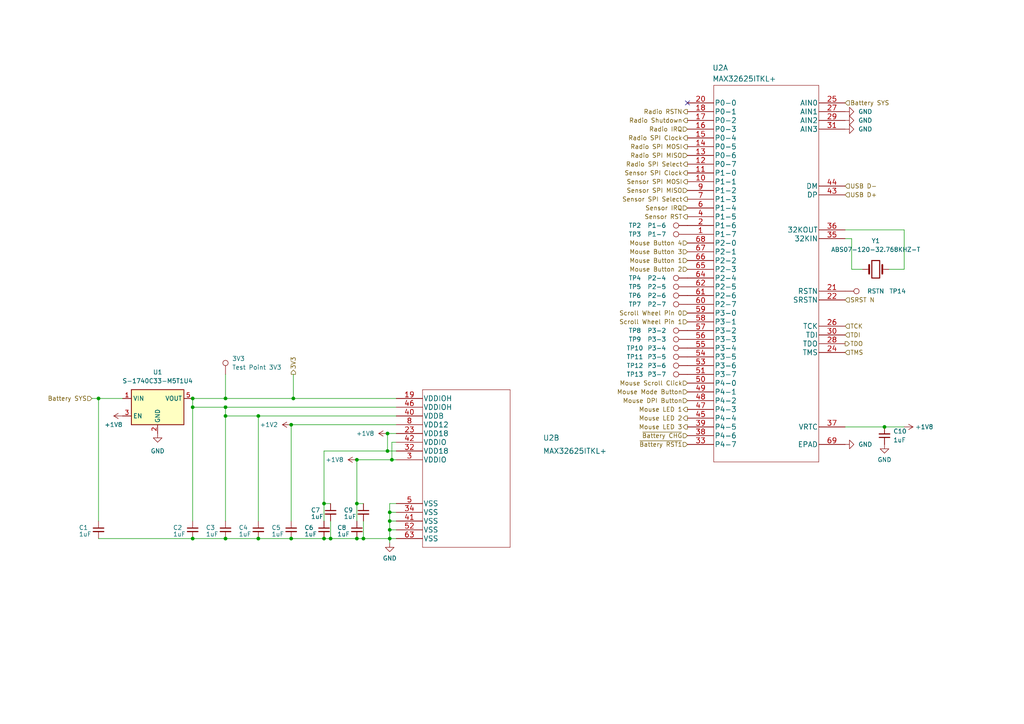
<source format=kicad_sch>
(kicad_sch (version 20211123) (generator eeschema)
  (paper "A4")
  (lib_symbols
    (symbol "Connector:TestPoint" (pin_numbers hide) (pin_names (offset 0.762) hide)
      (property "Reference" "TP" (at 0 6.858 0))
      (property "Value" "TestPoint" (at 0 5.08 0))
      (symbol "TestPoint_0_1"
        (circle (center 0 3.302) (radius 0.762))
      )
      (symbol "TestPoint_1_1"
        (pin passive line (at 0 0 90) (length 2.54) (name "1") (number "1"))
      )
    )
    (symbol "Device:C_Small" (pin_numbers hide) (pin_names (offset 0.254) hide)
      (property "Reference" "C" (at 0.254 1.778 0))
      (property "Value" "C_Small" (at 0.254 -2.032 0))
      (symbol "C_Small_0_1"
        (polyline (pts (xy -1.524 -0.508) (xy 1.524 -0.508)) (stroke (width 0.3302)))
        (polyline (pts (xy -1.524 0.508) (xy 1.524 0.508)) (stroke (width 0.3048)))
      )
      (symbol "C_Small_1_1"
        (pin passive line (at 0 2.54 270) (length 2.032) (name "~") (number "1"))
        (pin passive line (at 0 -2.54 90) (length 2.032) (name "~") (number "2"))
      )
    )
    (symbol "Device:Crystal" (pin_numbers hide) (pin_names (offset 1.016) hide)
      (property "Reference" "Y" (at 0 3.81 0))
      (property "Value" "Crystal" (at 0 -3.81 0))
      (symbol "Crystal_0_1"
        (rectangle (start -1.143 2.54) (end 1.143 -2.54) (stroke (width 0.3048)))
        (polyline (pts (xy -2.54 0) (xy -1.905 0)))
        (polyline (pts (xy -1.905 -1.27) (xy -1.905 1.27)) (stroke (width 0.508)))
        (polyline (pts (xy 1.905 -1.27) (xy 1.905 1.27)) (stroke (width 0.508)))
        (polyline (pts (xy 2.54 0) (xy 1.905 0)))
      )
      (symbol "Crystal_1_1"
        (pin passive line (at -3.81 0 0) (length 1.27) (name "1") (number "1"))
        (pin passive line (at 3.81 0 180) (length 1.27) (name "2") (number "2"))
      )
    )
    (symbol "MAX32625ITKL+_1" (pin_names (offset 0.254))
      (property "Reference" "U" (at -15.24 52.07 0))
      (property "Value" "MAX32625ITKL+_1" (at -6.35 49.53 0))
      (symbol "MAX32625ITKL+_1_1_1"
        (polyline (pts (xy -15.24 -63.5) (xy -15.24 45.72)) (stroke (width 0.127)))
        (polyline (pts (xy -15.24 45.72) (xy 15.24 45.72)) (stroke (width 0.127)))
        (polyline (pts (xy 15.24 -63.5) (xy -15.24 -63.5)) (stroke (width 0.127)))
        (polyline (pts (xy 15.24 45.72) (xy 15.24 -63.5)) (stroke (width 0.127)))
        (pin bidirectional line (at -22.86 2.54 0) (length 7.62) (name "P1-7") (number "1"))
        (pin bidirectional line (at -22.86 17.78 0) (length 7.62) (name "P1-1") (number "10"))
        (pin bidirectional line (at -22.86 20.32 0) (length 7.62) (name "P1-0") (number "11"))
        (pin bidirectional line (at -22.86 22.86 0) (length 7.62) (name "P0-7") (number "12"))
        (pin bidirectional line (at -22.86 25.4 0) (length 7.62) (name "P0-6") (number "13"))
        (pin bidirectional line (at -22.86 27.94 0) (length 7.62) (name "P0-5") (number "14"))
        (pin bidirectional line (at -22.86 30.48 0) (length 7.62) (name "P0-4") (number "15"))
        (pin bidirectional line (at -22.86 33.02 0) (length 7.62) (name "P0-3") (number "16"))
        (pin bidirectional line (at -22.86 35.56 0) (length 7.62) (name "P0-2") (number "17"))
        (pin bidirectional line (at -22.86 38.1 0) (length 7.62) (name "P0-1") (number "18"))
        (pin bidirectional line (at -22.86 5.08 0) (length 7.62) (name "P1-6") (number "2"))
        (pin bidirectional line (at -22.86 40.64 0) (length 7.62) (name "P0-0") (number "20"))
        (pin input line (at 22.86 -13.97 180) (length 7.62) (name "RSTN") (number "21"))
        (pin input line (at 22.86 -16.51 180) (length 7.62) (name "SRSTN") (number "22"))
        (pin input line (at 22.86 -31.75 180) (length 7.62) (name "TMS") (number "24"))
        (pin bidirectional line (at 22.86 40.64 180) (length 7.62) (name "AIN0") (number "25"))
        (pin input line (at 22.86 -24.13 180) (length 7.62) (name "TCK") (number "26"))
        (pin input line (at 22.86 38.1 180) (length 7.62) (name "AIN1") (number "27"))
        (pin output line (at 22.86 -29.21 180) (length 7.62) (name "TDO") (number "28"))
        (pin input line (at 22.86 35.56 180) (length 7.62) (name "AIN2") (number "29"))
        (pin input line (at 22.86 -26.67 180) (length 7.62) (name "TDI") (number "30"))
        (pin input line (at 22.86 33.02 180) (length 7.62) (name "AIN3") (number "31"))
        (pin bidirectional line (at -22.86 -58.42 0) (length 7.62) (name "P4-7") (number "33"))
        (pin bidirectional line (at 22.86 1.27 180) (length 7.62) (name "32KIN") (number "35"))
        (pin output line (at 22.86 3.81 180) (length 7.62) (name "32KOUT") (number "36"))
        (pin power_in line (at 22.86 -53.34 180) (length 7.62) (name "VRTC") (number "37"))
        (pin bidirectional line (at -22.86 -55.88 0) (length 7.62) (name "P4-6") (number "38"))
        (pin bidirectional line (at -22.86 -53.34 0) (length 7.62) (name "P4-5") (number "39"))
        (pin bidirectional line (at -22.86 7.62 0) (length 7.62) (name "P1-5") (number "4"))
        (pin input line (at 22.86 13.97 180) (length 7.62) (name "DP") (number "43"))
        (pin input line (at 22.86 16.51 180) (length 7.62) (name "DM") (number "44"))
        (pin bidirectional line (at -22.86 -50.8 0) (length 7.62) (name "P4-4") (number "45"))
        (pin bidirectional line (at -22.86 -48.26 0) (length 7.62) (name "P4-3") (number "47"))
        (pin bidirectional line (at -22.86 -45.72 0) (length 7.62) (name "P4-2") (number "48"))
        (pin bidirectional line (at -22.86 -43.18 0) (length 7.62) (name "P4-1") (number "49"))
        (pin bidirectional line (at -22.86 -40.64 0) (length 7.62) (name "P4-0") (number "50"))
        (pin bidirectional line (at -22.86 -38.1 0) (length 7.62) (name "P3-7") (number "51"))
        (pin bidirectional line (at -22.86 -35.56 0) (length 7.62) (name "P3-6") (number "53"))
        (pin bidirectional line (at -22.86 -33.02 0) (length 7.62) (name "P3-5") (number "54"))
        (pin bidirectional line (at -22.86 -30.48 0) (length 7.62) (name "P3-4") (number "55"))
        (pin bidirectional line (at -22.86 -27.94 0) (length 7.62) (name "P3-3") (number "56"))
        (pin bidirectional line (at -22.86 -25.4 0) (length 7.62) (name "P3-2") (number "57"))
        (pin bidirectional line (at -22.86 -22.86 0) (length 7.62) (name "P3-1") (number "58"))
        (pin bidirectional line (at -22.86 -20.32 0) (length 7.62) (name "P3-0") (number "59"))
        (pin bidirectional line (at -22.86 10.16 0) (length 7.62) (name "P1-4") (number "6"))
        (pin bidirectional line (at -22.86 -17.78 0) (length 7.62) (name "P2-7") (number "60"))
        (pin bidirectional line (at -22.86 -15.24 0) (length 7.62) (name "P2-6") (number "61"))
        (pin bidirectional line (at -22.86 -12.7 0) (length 7.62) (name "P2-5") (number "62"))
        (pin bidirectional line (at -22.86 -10.16 0) (length 7.62) (name "P2-4") (number "64"))
        (pin bidirectional line (at -22.86 -7.62 0) (length 7.62) (name "P2-3") (number "65"))
        (pin bidirectional line (at -22.86 -5.08 0) (length 7.62) (name "P2-2") (number "66"))
        (pin bidirectional line (at -22.86 -2.54 0) (length 7.62) (name "P2-1") (number "67"))
        (pin bidirectional line (at -22.86 0 0) (length 7.62) (name "P2-0") (number "68"))
        (pin power_in line (at 22.86 -58.42 180) (length 7.62) (name "EPAD") (number "69"))
        (pin bidirectional line (at -22.86 12.7 0) (length 7.62) (name "P1-3") (number "7"))
        (pin bidirectional line (at -22.86 15.24 0) (length 7.62) (name "P1-2") (number "9"))
      )
      (symbol "MAX32625ITKL+_1_2_1"
        (polyline (pts (xy 0 -45.72) (xy 25.4 -45.72)) (stroke (width 0.127)))
        (polyline (pts (xy 0 0) (xy 0 -45.72)) (stroke (width 0.127)))
        (polyline (pts (xy 25.4 -45.72) (xy 25.4 0)) (stroke (width 0.127)))
        (polyline (pts (xy 25.4 0) (xy 0 0)) (stroke (width 0.127)))
        (pin power_in line (at -7.62 -2.54 0) (length 7.62) (name "VDDIOH") (number "19"))
        (pin power_in line (at -7.62 -12.7 0) (length 7.62) (name "VDD18") (number "23"))
        (pin power_in line (at -7.62 -20.32 0) (length 7.62) (name "VDDIO") (number "3"))
        (pin power_in line (at -7.62 -17.78 0) (length 7.62) (name "VDD18") (number "32"))
        (pin power_in line (at -7.62 -35.56 0) (length 7.62) (name "VSS") (number "34"))
        (pin power_in line (at -7.62 -7.62 0) (length 7.62) (name "VDDB") (number "40"))
        (pin power_in line (at -7.62 -38.1 0) (length 7.62) (name "VSS") (number "41"))
        (pin power_in line (at -7.62 -15.24 0) (length 7.62) (name "VDDIO") (number "42"))
        (pin power_in line (at -7.62 -5.08 0) (length 7.62) (name "VDDIOH") (number "46"))
        (pin power_in line (at -7.62 -33.02 0) (length 7.62) (name "VSS") (number "5"))
        (pin power_in line (at -7.62 -40.64 0) (length 7.62) (name "VSS") (number "52"))
        (pin power_in line (at -7.62 -43.18 0) (length 7.62) (name "VSS") (number "63"))
        (pin power_in line (at -7.62 -10.16 0) (length 7.62) (name "VDD12") (number "8"))
      )
    )
    (symbol "Microcontroller:MAX32625ITKL+" (pin_names (offset 0.254))
      (property "Reference" "U" (at -15.24 52.07 0))
      (property "Value" "MAX32625ITKL+" (at -6.35 49.53 0))
      (symbol "MAX32625ITKL+_1_1"
        (polyline (pts (xy -15.24 -63.5) (xy -15.24 45.72)) (stroke (width 0.127)))
        (polyline (pts (xy -15.24 45.72) (xy 15.24 45.72)) (stroke (width 0.127)))
        (polyline (pts (xy 15.24 -63.5) (xy -15.24 -63.5)) (stroke (width 0.127)))
        (polyline (pts (xy 15.24 45.72) (xy 15.24 -63.5)) (stroke (width 0.127)))
        (pin bidirectional line (at -22.86 2.54 0) (length 7.62) (name "P1-7") (number "1"))
        (pin bidirectional line (at -22.86 17.78 0) (length 7.62) (name "P1-1") (number "10"))
        (pin bidirectional line (at -22.86 20.32 0) (length 7.62) (name "P1-0") (number "11"))
        (pin bidirectional line (at -22.86 22.86 0) (length 7.62) (name "P0-7") (number "12"))
        (pin bidirectional line (at -22.86 25.4 0) (length 7.62) (name "P0-6") (number "13"))
        (pin bidirectional line (at -22.86 27.94 0) (length 7.62) (name "P0-5") (number "14"))
        (pin bidirectional line (at -22.86 30.48 0) (length 7.62) (name "P0-4") (number "15"))
        (pin bidirectional line (at -22.86 33.02 0) (length 7.62) (name "P0-3") (number "16"))
        (pin bidirectional line (at -22.86 35.56 0) (length 7.62) (name "P0-2") (number "17"))
        (pin bidirectional line (at -22.86 38.1 0) (length 7.62) (name "P0-1") (number "18"))
        (pin bidirectional line (at -22.86 5.08 0) (length 7.62) (name "P1-6") (number "2"))
        (pin bidirectional line (at -22.86 40.64 0) (length 7.62) (name "P0-0") (number "20"))
        (pin input line (at 22.86 -13.97 180) (length 7.62) (name "RSTN") (number "21"))
        (pin input line (at 22.86 -16.51 180) (length 7.62) (name "SRSTN") (number "22"))
        (pin input line (at 22.86 -31.75 180) (length 7.62) (name "TMS") (number "24"))
        (pin bidirectional line (at 22.86 40.64 180) (length 7.62) (name "AIN0") (number "25"))
        (pin input line (at 22.86 -24.13 180) (length 7.62) (name "TCK") (number "26"))
        (pin input line (at 22.86 38.1 180) (length 7.62) (name "AIN1") (number "27"))
        (pin output line (at 22.86 -29.21 180) (length 7.62) (name "TDO") (number "28"))
        (pin input line (at 22.86 35.56 180) (length 7.62) (name "AIN2") (number "29"))
        (pin input line (at 22.86 -26.67 180) (length 7.62) (name "TDI") (number "30"))
        (pin input line (at 22.86 33.02 180) (length 7.62) (name "AIN3") (number "31"))
        (pin bidirectional line (at -22.86 -58.42 0) (length 7.62) (name "P4-7") (number "33"))
        (pin bidirectional line (at 22.86 1.27 180) (length 7.62) (name "32KIN") (number "35"))
        (pin output line (at 22.86 3.81 180) (length 7.62) (name "32KOUT") (number "36"))
        (pin power_in line (at 22.86 -53.34 180) (length 7.62) (name "VRTC") (number "37"))
        (pin bidirectional line (at -22.86 -55.88 0) (length 7.62) (name "P4-6") (number "38"))
        (pin bidirectional line (at -22.86 -53.34 0) (length 7.62) (name "P4-5") (number "39"))
        (pin bidirectional line (at -22.86 7.62 0) (length 7.62) (name "P1-5") (number "4"))
        (pin input line (at 22.86 13.97 180) (length 7.62) (name "DP") (number "43"))
        (pin input line (at 22.86 16.51 180) (length 7.62) (name "DM") (number "44"))
        (pin bidirectional line (at -22.86 -50.8 0) (length 7.62) (name "P4-4") (number "45"))
        (pin bidirectional line (at -22.86 -48.26 0) (length 7.62) (name "P4-3") (number "47"))
        (pin bidirectional line (at -22.86 -45.72 0) (length 7.62) (name "P4-2") (number "48"))
        (pin bidirectional line (at -22.86 -43.18 0) (length 7.62) (name "P4-1") (number "49"))
        (pin bidirectional line (at -22.86 -40.64 0) (length 7.62) (name "P4-0") (number "50"))
        (pin bidirectional line (at -22.86 -38.1 0) (length 7.62) (name "P3-7") (number "51"))
        (pin bidirectional line (at -22.86 -35.56 0) (length 7.62) (name "P3-6") (number "53"))
        (pin bidirectional line (at -22.86 -33.02 0) (length 7.62) (name "P3-5") (number "54"))
        (pin bidirectional line (at -22.86 -30.48 0) (length 7.62) (name "P3-4") (number "55"))
        (pin bidirectional line (at -22.86 -27.94 0) (length 7.62) (name "P3-3") (number "56"))
        (pin bidirectional line (at -22.86 -25.4 0) (length 7.62) (name "P3-2") (number "57"))
        (pin bidirectional line (at -22.86 -22.86 0) (length 7.62) (name "P3-1") (number "58"))
        (pin bidirectional line (at -22.86 -20.32 0) (length 7.62) (name "P3-0") (number "59"))
        (pin bidirectional line (at -22.86 10.16 0) (length 7.62) (name "P1-4") (number "6"))
        (pin bidirectional line (at -22.86 -17.78 0) (length 7.62) (name "P2-7") (number "60"))
        (pin bidirectional line (at -22.86 -15.24 0) (length 7.62) (name "P2-6") (number "61"))
        (pin bidirectional line (at -22.86 -12.7 0) (length 7.62) (name "P2-5") (number "62"))
        (pin bidirectional line (at -22.86 -10.16 0) (length 7.62) (name "P2-4") (number "64"))
        (pin bidirectional line (at -22.86 -7.62 0) (length 7.62) (name "P2-3") (number "65"))
        (pin bidirectional line (at -22.86 -5.08 0) (length 7.62) (name "P2-2") (number "66"))
        (pin bidirectional line (at -22.86 -2.54 0) (length 7.62) (name "P2-1") (number "67"))
        (pin bidirectional line (at -22.86 0 0) (length 7.62) (name "P2-0") (number "68"))
        (pin power_in line (at 22.86 -58.42 180) (length 7.62) (name "EPAD") (number "69"))
        (pin bidirectional line (at -22.86 12.7 0) (length 7.62) (name "P1-3") (number "7"))
        (pin bidirectional line (at -22.86 15.24 0) (length 7.62) (name "P1-2") (number "9"))
      )
      (symbol "MAX32625ITKL+_2_1"
        (polyline (pts (xy 0 -45.72) (xy 25.4 -45.72)) (stroke (width 0.127)))
        (polyline (pts (xy 0 0) (xy 0 -45.72)) (stroke (width 0.127)))
        (polyline (pts (xy 25.4 -45.72) (xy 25.4 0)) (stroke (width 0.127)))
        (polyline (pts (xy 25.4 0) (xy 0 0)) (stroke (width 0.127)))
        (pin power_in line (at -7.62 -2.54 0) (length 7.62) hide (name "VDDIOH") (number "19"))
        (pin power_in line (at -7.62 -12.7 0) (length 7.62) (name "VDD18") (number "23"))
        (pin power_in line (at -7.62 -20.32 0) (length 7.62) (name "VDDIO") (number "3"))
        (pin power_in line (at -7.62 -17.78 0) (length 7.62) (name "VDD18") (number "32"))
        (pin power_in line (at -7.62 -35.56 0) (length 7.62) (name "VSS") (number "34"))
        (pin power_in line (at -7.62 -7.62 0) (length 7.62) (name "VDDB") (number "40"))
        (pin power_in line (at -7.62 -38.1 0) (length 7.62) (name "VSS") (number "41"))
        (pin power_in line (at -7.62 -15.24 0) (length 7.62) (name "VDDIO") (number "42"))
        (pin power_in line (at -7.62 -2.54 0) (length 7.62) (name "VDDIOH") (number "46"))
        (pin power_in line (at -7.62 -33.02 0) (length 7.62) (name "VSS") (number "5"))
        (pin power_in line (at -7.62 -40.64 0) (length 7.62) (name "VSS") (number "52"))
        (pin power_in line (at -7.62 -43.18 0) (length 7.62) (name "VSS") (number "63"))
        (pin power_in line (at -7.62 -10.16 0) (length 7.62) (name "VDD12") (number "8"))
      )
    )
    (symbol "Regulator_Linear:MIC5365-3.3YC5"
      (property "Reference" "U" (at -6.35 6.35 0))
      (property "Value" "MIC5365-3.3YC5" (at 0 6.35 0))
      (symbol "MIC5365-3.3YC5_0_1"
        (rectangle (start -7.62 -5.08) (end 7.62 5.08) (stroke (width 0.254)) (fill (type background)))
      )
      (symbol "MIC5365-3.3YC5_1_1"
        (pin power_in line (at -10.16 2.54 0) (length 2.54) (name "VIN") (number "1"))
        (pin power_in line (at 0 -7.62 90) (length 2.54) (name "GND") (number "2"))
        (pin input line (at -10.16 -2.54 0) (length 2.54) (name "EN") (number "3"))
        (pin no_connect line (at 7.62 -2.54 180) (length 2.54) hide (name "NC") (number "4"))
        (pin power_out line (at 10.16 2.54 180) (length 2.54) (name "VOUT") (number "5"))
      )
    )
    (symbol "power:+1V2" (power) (pin_names (offset 0))
      (property "Value" "+1V2" (at 0 3.556 0))
      (symbol "+1V2_0_1"
        (polyline (pts (xy -0.762 1.27) (xy 0 2.54)))
        (polyline (pts (xy 0 0) (xy 0 2.54)))
        (polyline (pts (xy 0 2.54) (xy 0.762 1.27)))
      )
      (symbol "+1V2_1_1"
        (pin power_in line (at 0 0 90) (length 0) hide (name "+1V2") (number "1"))
      )
    )
    (symbol "power:+1V8" (power) (pin_names (offset 0))
      (property "Value" "+1V8" (at 0 3.556 0))
      (symbol "+1V8_0_1"
        (polyline (pts (xy -0.762 1.27) (xy 0 2.54)))
        (polyline (pts (xy 0 0) (xy 0 2.54)))
        (polyline (pts (xy 0 2.54) (xy 0.762 1.27)))
      )
      (symbol "+1V8_1_1"
        (pin power_in line (at 0 0 90) (length 0) hide (name "+1V8") (number "1"))
      )
    )
    (symbol "power:GND" (power) (pin_names (offset 0))
      (property "Value" "GND" (at 0 -3.81 0))
      (symbol "GND_0_1"
        (polyline (pts (xy 0 0) (xy 0 -1.27) (xy 1.27 -1.27) (xy 0 -2.54) (xy -1.27 -1.27) (xy 0 -1.27)))
      )
      (symbol "GND_1_1"
        (pin power_in line (at 0 0 270) (length 0) hide (name "GND") (number "1"))
      )
    )
  )
  (junction (at 55.88 118.11))
  (junction (at 103.505 146.05))
  (junction (at 84.455 123.19))
  (junction (at 55.88 115.57))
  (junction (at 93.98 146.05))
  (junction (at 103.505 156.21))
  (junction (at 113.665 133.35))
  (junction (at 65.405 115.57))
  (junction (at 74.93 120.65))
  (junction (at 84.455 156.21))
  (junction (at 113.03 148.59))
  (junction (at 113.03 156.21))
  (junction (at 28.575 115.57))
  (junction (at 65.405 120.65))
  (junction (at 105.41 156.21))
  (junction (at 256.54 123.825))
  (junction (at 113.03 153.67))
  (junction (at 95.885 156.21))
  (junction (at 85.09 115.57))
  (junction (at 112.395 130.81))
  (junction (at 65.405 156.21))
  (junction (at 65.405 118.11))
  (junction (at 112.395 125.73))
  (junction (at 93.98 156.21))
  (junction (at 113.03 151.13))
  (junction (at 103.505 133.35))
  (junction (at 74.93 156.21))
  (junction (at 55.88 156.21))
  (no_connect (at 199.39 29.845))
  (wire (pts (xy 113.03 156.21) (xy 114.935 156.21)))
  (wire (pts (xy 95.885 151.13) (xy 95.885 156.21)))
  (wire (pts (xy 113.03 146.05) (xy 114.935 146.05)))
  (wire (pts (xy 105.41 156.21) (xy 113.03 156.21)))
  (wire (pts (xy 113.665 128.27) (xy 113.665 133.35)))
  (wire (pts (xy 245.11 123.825) (xy 256.54 123.825)))
  (wire (pts (xy 247.015 78.105) (xy 250.19 78.105)))
  (wire (pts (xy 93.98 130.81) (xy 93.98 146.05)))
  (wire (pts (xy 65.405 115.57) (xy 65.405 108.585)))
  (wire (pts (xy 113.03 151.13) (xy 114.935 151.13)))
  (wire (pts (xy 103.505 133.35) (xy 103.505 146.05)))
  (wire (pts (xy 257.81 78.105) (xy 262.255 78.105)))
  (wire (pts (xy 245.11 69.215) (xy 247.015 69.215)))
  (wire (pts (xy 55.88 118.11) (xy 65.405 118.11)))
  (wire (pts (xy 28.575 115.57) (xy 28.575 151.13)))
  (wire (pts (xy 55.88 118.11) (xy 55.88 151.13)))
  (wire (pts (xy 247.015 69.215) (xy 247.015 78.105)))
  (wire (pts (xy 114.935 125.73) (xy 112.395 125.73)))
  (wire (pts (xy 113.03 153.67) (xy 113.03 156.21)))
  (wire (pts (xy 85.09 108.585) (xy 85.09 115.57)))
  (wire (pts (xy 113.03 146.05) (xy 113.03 148.59)))
  (wire (pts (xy 84.455 156.21) (xy 93.98 156.21)))
  (wire (pts (xy 84.455 123.19) (xy 84.455 151.13)))
  (wire (pts (xy 55.88 156.21) (xy 65.405 156.21)))
  (wire (pts (xy 114.935 120.65) (xy 74.93 120.65)))
  (wire (pts (xy 93.98 146.05) (xy 93.98 151.13)))
  (wire (pts (xy 65.405 115.57) (xy 55.88 115.57)))
  (wire (pts (xy 93.98 156.21) (xy 95.885 156.21)))
  (wire (pts (xy 28.575 115.57) (xy 35.56 115.57)))
  (wire (pts (xy 26.67 115.57) (xy 28.575 115.57)))
  (wire (pts (xy 113.03 148.59) (xy 114.935 148.59)))
  (wire (pts (xy 114.935 130.81) (xy 112.395 130.81)))
  (wire (pts (xy 74.93 156.21) (xy 84.455 156.21)))
  (wire (pts (xy 114.935 133.35) (xy 113.665 133.35)))
  (wire (pts (xy 256.54 123.825) (xy 262.255 123.825)))
  (wire (pts (xy 262.255 66.675) (xy 245.11 66.675)))
  (wire (pts (xy 113.03 148.59) (xy 113.03 151.13)))
  (wire (pts (xy 55.88 115.57) (xy 55.88 118.11)))
  (wire (pts (xy 74.93 120.65) (xy 74.93 151.13)))
  (wire (pts (xy 114.935 115.57) (xy 85.09 115.57)))
  (wire (pts (xy 85.09 115.57) (xy 65.405 115.57)))
  (wire (pts (xy 28.575 156.21) (xy 55.88 156.21)))
  (wire (pts (xy 65.405 120.65) (xy 65.405 151.13)))
  (wire (pts (xy 113.03 156.21) (xy 113.03 157.48)))
  (wire (pts (xy 105.41 151.13) (xy 105.41 156.21)))
  (wire (pts (xy 65.405 120.65) (xy 74.93 120.65)))
  (wire (pts (xy 113.665 133.35) (xy 103.505 133.35)))
  (wire (pts (xy 65.405 156.21) (xy 74.93 156.21)))
  (wire (pts (xy 114.935 128.27) (xy 113.665 128.27)))
  (wire (pts (xy 262.255 78.105) (xy 262.255 66.675)))
  (wire (pts (xy 114.935 123.19) (xy 84.455 123.19)))
  (wire (pts (xy 93.98 146.05) (xy 95.885 146.05)))
  (wire (pts (xy 103.505 146.05) (xy 105.41 146.05)))
  (wire (pts (xy 113.03 153.67) (xy 114.935 153.67)))
  (wire (pts (xy 113.03 151.13) (xy 113.03 153.67)))
  (wire (pts (xy 112.395 125.73) (xy 112.395 130.81)))
  (wire (pts (xy 103.505 156.21) (xy 105.41 156.21)))
  (wire (pts (xy 103.505 146.05) (xy 103.505 151.13)))
  (wire (pts (xy 65.405 118.11) (xy 65.405 120.65)))
  (wire (pts (xy 112.395 130.81) (xy 93.98 130.81)))
  (wire (pts (xy 95.885 156.21) (xy 103.505 156.21)))
  (wire (pts (xy 114.935 118.11) (xy 65.405 118.11)))
  (hierarchical_label "TCK" (shape input) (at 245.11 94.615 0))
  (hierarchical_label "Battery SYS" (shape input) (at 26.67 115.57 180))
  (hierarchical_label "TMS" (shape input) (at 245.11 102.235 0))
  (hierarchical_label "Sensor SPI MOSI" (shape output) (at 199.39 52.705 180))
  (hierarchical_label "USB D+" (shape input) (at 245.11 56.515 0))
  (hierarchical_label "TDI" (shape input) (at 245.11 97.155 0))
  (hierarchical_label "Mouse Scroll Click" (shape input) (at 199.39 111.125 180))
  (hierarchical_label "Mouse LED 2" (shape output) (at 199.39 121.285 180))
  (hierarchical_label "Scroll Wheel Pin 1" (shape input) (at 199.39 93.345 180))
  (hierarchical_label "Sensor SPI MISO" (shape input) (at 199.39 55.245 180))
  (hierarchical_label "Radio SPI MISO" (shape input) (at 199.39 45.085 180))
  (hierarchical_label "Radio Shutdown" (shape output) (at 199.39 34.925 180))
  (hierarchical_label "Mouse DPI Button" (shape input) (at 199.39 116.205 180))
  (hierarchical_label "Sensor SPI Clock" (shape output) (at 199.39 50.165 180))
  (hierarchical_label "3V3" (shape output) (at 85.09 108.585 90))
  (hierarchical_label "Battery SYS" (shape input) (at 245.11 29.845 0))
  (hierarchical_label "Sensor IRQ" (shape input) (at 199.39 60.325 180))
  (hierarchical_label "Mouse Mode Button" (shape input) (at 199.39 113.665 180))
  (hierarchical_label "Radio SPI MOSI" (shape output) (at 199.39 42.545 180))
  (hierarchical_label "Scroll Wheel Pin 0" (shape input) (at 199.39 90.805 180))
  (hierarchical_label "~{Battery CHG}" (shape input) (at 199.39 126.365 180))
  (hierarchical_label "Radio SPI Select" (shape output) (at 199.39 47.625 180))
  (hierarchical_label "SRST N" (shape input) (at 245.11 86.995 0))
  (hierarchical_label "Mouse Button 2" (shape input) (at 199.39 78.105 180))
  (hierarchical_label "Radio IRQ" (shape input) (at 199.39 37.465 180))
  (hierarchical_label "Radio SPI Clock" (shape output) (at 199.39 40.005 180))
  (hierarchical_label "Mouse LED 1" (shape output) (at 199.39 118.745 180))
  (hierarchical_label "Sensor SPI Select" (shape output) (at 199.39 57.785 180))
  (hierarchical_label "USB D-" (shape input) (at 245.11 53.975 0))
  (hierarchical_label "Mouse Button 3" (shape input) (at 199.39 73.025 180))
  (hierarchical_label "TDO" (shape output) (at 245.11 99.695 0))
  (hierarchical_label "Mouse Button 1" (shape input) (at 199.39 75.565 180))
  (hierarchical_label "Mouse Button 4" (shape input) (at 199.39 70.485 180))
  (hierarchical_label "Mouse LED 3" (shape output) (at 199.39 123.825 180))
  (hierarchical_label "Sensor RST" (shape output) (at 199.39 62.865 180))
  (hierarchical_label "~{Battery RST1}" (shape input) (at 199.39 128.905 180))
  (hierarchical_label "Radio RSTN" (shape output) (at 199.39 32.385 180))
  (symbol (lib_id "Device:C_Small") (at 65.405 153.67 0) (unit 1)
    (property "Reference" "C3" (at 59.69 153.035 0) (effects (justify left)))
    (property "Value" "1uF" (at 59.69 154.94 0) (effects (justify left)))
    (property "Footprint" "Capacitor_SMD:C_0603_1608Metric" (effects hide))
    (property "DIGIKEY" "CL10A105KA8NNNC" (effects hide))
  )
  (symbol (lib_id "Device:C_Small") (at 95.885 148.59 0) (unit 1)
    (property "Reference" "C7" (at 90.17 147.955 0) (effects (justify left)))
    (property "Value" "1uF" (at 90.17 149.86 0) (effects (justify left)))
    (property "Footprint" "Capacitor_SMD:C_0603_1608Metric" (effects hide))
    (property "DIGIKEY" "CL10A105KA8NNNC" (effects hide))
  )
  (symbol (lib_id "Connector:TestPoint") (at 199.39 67.945 90) (unit 1)
    (property "Reference" "TP3" (at 184.15 67.945 90))
    (property "Value" "P1-7" (at 190.5 67.945 90))
    (property "Footprint" "TestPoint:TestPoint_Pad_D1.0mm" (effects hide))
  )
  (symbol (lib_id "Device:C_Small") (at 105.41 148.59 0) (unit 1)
    (property "Reference" "C9" (at 99.695 147.955 0) (effects (justify left)))
    (property "Value" "1uF" (at 99.695 149.86 0) (effects (justify left)))
    (property "Footprint" "Capacitor_SMD:C_0603_1608Metric" (effects hide))
    (property "DIGIKEY" "CL10A105KA8NNNC" (effects hide))
  )
  (symbol (lib_id "power:GND") (at 245.11 128.905 90) (unit 1)
    (property "Reference" "#PWR013" (effects hide))
    (property "Value" "GND" (at 248.92 128.9049 90) (effects (justify right)))
  )
  (symbol (lib_id "power:GND") (at 256.54 128.905 0) (unit 1)
    (property "Reference" "#PWR014" (effects hide))
    (property "Value" "GND" (at 256.54 133.35 0))
  )
  (symbol (lib_id "power:GND") (at 245.11 34.925 90) (unit 1)
    (property "Reference" "#PWR011" (effects hide))
    (property "Value" "GND" (at 248.92 34.9249 90) (effects (justify right)))
  )
  (symbol (lib_id "Regulator_Linear:MIC5365-3.3YC5") (at 45.72 118.11 0) (unit 1)
    (property "Reference" "U1" (at 45.72 107.95 0))
    (property "Value" "S-1740C33-M5T1U4" (at 45.72 110.49 0))
    (property "Footprint" "Package_TO_SOT_SMD:TSOT-23-5" (effects hide))
    (property "Datasheet" "http://ww1.microchip.com/downloads/en/DeviceDoc/mic5365.pdf" (effects hide))
    (property "DIGIKEY" "S-1740C33-M5T1U4" (effects hide))
  )
  (symbol (lib_id "Device:C_Small") (at 74.93 153.67 0) (unit 1)
    (property "Reference" "C4" (at 69.215 153.035 0) (effects (justify left)))
    (property "Value" "1uF" (at 69.215 154.94 0) (effects (justify left)))
    (property "Footprint" "Capacitor_SMD:C_0603_1608Metric" (effects hide))
    (property "DIGIKEY" "CL10A105KA8NNNC" (effects hide))
  )
  (symbol (lib_id "Connector:TestPoint") (at 199.39 65.405 90) (unit 1)
    (property "Reference" "TP2" (at 184.15 65.405 90))
    (property "Value" "P1-6" (at 190.5 65.405 90))
    (property "Footprint" "TestPoint:TestPoint_Pad_D1.0mm" (effects hide))
  )
  (symbol (lib_id "power:+1V8") (at 103.505 133.35 90) (unit 1)
    (property "Reference" "#PWR07" (effects hide))
    (property "Value" "+1V8" (at 99.695 133.3499 90) (effects (justify left)))
  )
  (symbol (lib_id "power:GND") (at 245.11 32.385 90) (unit 1)
    (property "Reference" "#PWR010" (effects hide))
    (property "Value" "GND" (at 248.92 32.3849 90) (effects (justify right)))
  )
  (symbol (lib_id "power:GND") (at 113.03 157.48 0) (unit 1)
    (property "Reference" "#PWR09" (effects hide))
    (property "Value" "GND" (at 113.03 161.925 0))
  )
  (symbol (lib_id "Connector:TestPoint") (at 199.39 80.645 90) (unit 1)
    (property "Reference" "TP4" (at 184.15 80.645 90))
    (property "Value" "P2-4" (at 190.5 80.645 90))
    (property "Footprint" "TestPoint:TestPoint_Pad_D1.0mm" (effects hide))
  )
  (symbol (lib_id "Device:C_Small") (at 256.54 126.365 180) (unit 1)
    (property "Reference" "C10" (at 259.08 125.0885 0) (effects (justify right)))
    (property "Value" "1uF" (at 259.08 127.6285 0) (effects (justify right)))
    (property "Footprint" "Capacitor_SMD:C_0603_1608Metric" (effects hide))
    (property "DIGIKEY" "CL10A105KA8NNNC" (effects hide))
  )
  (symbol (lib_id "Device:C_Small") (at 28.575 153.67 0) (unit 1)
    (property "Reference" "C1" (at 22.86 153.035 0) (effects (justify left)))
    (property "Value" "1uF" (at 22.86 154.94 0) (effects (justify left)))
    (property "Footprint" "Capacitor_SMD:C_0603_1608Metric" (effects hide))
    (property "DIGIKEY" "CL10A105KA8NNNC" (effects hide))
  )
  (symbol (lib_id "Connector:TestPoint") (at 199.39 106.045 90) (unit 1)
    (property "Reference" "TP12" (at 184.15 106.045 90))
    (property "Value" "P3-6" (at 190.5 106.045 90))
    (property "Footprint" "TestPoint:TestPoint_Pad_D1.0mm" (effects hide))
  )
  (symbol (lib_id "power:GND") (at 245.11 37.465 90) (unit 1)
    (property "Reference" "#PWR012" (effects hide))
    (property "Value" "GND" (at 248.92 37.4649 90) (effects (justify right)))
  )
  (symbol (lib_id "Connector:TestPoint") (at 199.39 85.725 90) (unit 1)
    (property "Reference" "TP6" (at 184.15 85.725 90))
    (property "Value" "P2-6" (at 190.5 85.725 90))
    (property "Footprint" "TestPoint:TestPoint_Pad_D1.0mm" (effects hide))
  )
  (symbol (lib_id "power:+1V8") (at 35.56 120.65 90) (unit 1)
    (property "Reference" "#PWR03" (effects hide))
    (property "Value" "+1V8" (at 35.56 123.19 90) (effects (justify left)))
  )
  (symbol (lib_id "Connector:TestPoint") (at 199.39 83.185 90) (unit 1)
    (property "Reference" "TP5" (at 184.15 83.185 90))
    (property "Value" "P2-5" (at 190.5 83.185 90))
    (property "Footprint" "TestPoint:TestPoint_Pad_D1.0mm" (effects hide))
  )
  (symbol (lib_name "MAX32625ITKL+_1") (lib_id "Microcontroller:MAX32625ITKL+") (at 122.555 113.03 0) (unit 2)
    (property "Reference" "U2" (at 157.48 127 0) (effects (font (size 1.524 1.524)) (justify left)))
    (property "Value" "MAX32625ITKL+" (at 157.48 130.81 0) (effects (font (size 1.524 1.524)) (justify left)))
    (property "Footprint" "MAX32625:MAX32625ITKL&plus_" (effects hide))
    (property "DIGIKEY" "MAX32625ITKL+" (effects hide))
  )
  (symbol (lib_id "power:+1V8") (at 112.395 125.73 90) (unit 1)
    (property "Reference" "#PWR08" (effects hide))
    (property "Value" "+1V8" (at 108.585 125.7299 90) (effects (justify left)))
  )
  (symbol (lib_id "Connector:TestPoint") (at 199.39 103.505 90) (unit 1)
    (property "Reference" "TP11" (at 184.15 103.505 90))
    (property "Value" "P3-5" (at 190.5 103.505 90))
    (property "Footprint" "TestPoint:TestPoint_Pad_D1.0mm" (effects hide))
  )
  (symbol (lib_id "Connector:TestPoint") (at 65.405 108.585 0) (unit 1)
    (property "Reference" "3V3" (at 67.31 104.0129 0) (effects (justify left)))
    (property "Value" "Test Point 3V3" (at 67.31 106.5529 0) (effects (justify left)))
    (property "Footprint" "TestPoint:TestPoint_Pad_D1.0mm" (effects hide))
  )
  (symbol (lib_id "Connector:TestPoint") (at 199.39 100.965 90) (unit 1)
    (property "Reference" "TP10" (at 184.15 100.965 90))
    (property "Value" "P3-4" (at 190.5 100.965 90))
    (property "Footprint" "TestPoint:TestPoint_Pad_D1.0mm" (effects hide))
  )
  (symbol (lib_id "Device:C_Small") (at 93.98 153.67 0) (unit 1)
    (property "Reference" "C6" (at 88.265 153.035 0) (effects (justify left)))
    (property "Value" "1uF" (at 88.265 154.94 0) (effects (justify left)))
    (property "Footprint" "Capacitor_SMD:C_0603_1608Metric" (effects hide))
    (property "DIGIKEY" "CL10A105KA8NNNC" (effects hide))
  )
  (symbol (lib_id "Device:C_Small") (at 103.505 153.67 0) (unit 1)
    (property "Reference" "C8" (at 97.79 153.035 0) (effects (justify left)))
    (property "Value" "1uF" (at 97.79 154.94 0) (effects (justify left)))
    (property "Footprint" "Capacitor_SMD:C_0603_1608Metric" (effects hide))
    (property "DIGIKEY" "CL10A105KA8NNNC" (effects hide))
  )
  (symbol (lib_id "Connector:TestPoint") (at 199.39 98.425 90) (unit 1)
    (property "Reference" "TP9" (at 184.15 98.425 90))
    (property "Value" "P3-3" (at 190.5 98.425 90))
    (property "Footprint" "TestPoint:TestPoint_Pad_D1.0mm" (effects hide))
  )
  (symbol (lib_id "Device:C_Small") (at 55.88 153.67 0) (unit 1)
    (property "Reference" "C2" (at 50.165 153.035 0) (effects (justify left)))
    (property "Value" "1uF" (at 50.165 154.94 0) (effects (justify left)))
    (property "Footprint" "Capacitor_SMD:C_0603_1608Metric" (effects hide))
    (property "DIGIKEY" "CL10A105KA8NNNC" (effects hide))
  )
  (symbol (lib_id "Connector:TestPoint") (at 199.39 88.265 90) (unit 1)
    (property "Reference" "TP7" (at 184.15 88.265 90))
    (property "Value" "P2-7" (at 190.5 88.265 90))
    (property "Footprint" "TestPoint:TestPoint_Pad_D1.0mm" (effects hide))
  )
  (symbol (lib_id "power:GND") (at 45.72 125.73 0) (unit 1)
    (property "Reference" "#PWR04" (effects hide))
    (property "Value" "GND" (at 45.72 130.81 0))
  )
  (symbol (lib_id "Device:Crystal") (at 254 78.105 0) (unit 1)
    (property "Reference" "Y1" (at 254 69.85 0))
    (property "Value" "ABS07-120-32.768KHZ-T" (at 254 72.39 0))
    (property "Footprint" "Crystal:Crystal_SMD_3215-2Pin_3.2x1.5mm" (effects hide))
    (property "DIGIKEY" "ABS07-120-32.768KHZ-T" (effects hide))
  )
  (symbol (lib_id "Connector:TestPoint") (at 245.11 84.455 270) (unit 1)
    (property "Reference" "TP14" (at 260.35 84.455 90))
    (property "Value" "RSTN" (at 254 84.455 90))
    (property "Footprint" "TestPoint:TestPoint_Pad_D1.0mm" (effects hide))
  )
  (symbol (lib_id "Microcontroller:MAX32625ITKL+") (at 222.25 70.485 0) (unit 1)
    (property "Reference" "U2" (at 208.915 19.685 0) (effects (font (size 1.524 1.524))))
    (property "Value" "MAX32625ITKL+" (at 215.9 22.86 0) (effects (font (size 1.524 1.524))))
    (property "Footprint" "MAX32625:MAX32625ITKL&plus_" (effects hide))
    (property "DIGIKEY" "MAX32625ITKL+" (effects hide))
  )
  (symbol (lib_id "power:+1V8") (at 262.255 123.825 270) (unit 1)
    (property "Reference" "#PWR015" (effects hide))
    (property "Value" "+1V8" (at 265.43 123.8249 90) (effects (justify left)))
  )
  (symbol (lib_id "power:+1V2") (at 84.455 123.19 90) (unit 1)
    (property "Reference" "#PWR06" (effects hide))
    (property "Value" "+1V2" (at 80.645 123.1899 90) (effects (justify left)))
  )
  (symbol (lib_id "Connector:TestPoint") (at 199.39 95.885 90) (unit 1)
    (property "Reference" "TP8" (at 184.15 95.885 90))
    (property "Value" "P3-2" (at 190.5 95.885 90))
    (property "Footprint" "TestPoint:TestPoint_Pad_D1.0mm" (effects hide))
  )
  (symbol (lib_id "Connector:TestPoint") (at 199.39 108.585 90) (unit 1)
    (property "Reference" "TP13" (at 184.15 108.585 90))
    (property "Value" "P3-7" (at 190.5 108.585 90))
    (property "Footprint" "TestPoint:TestPoint_Pad_D1.0mm" (effects hide))
  )
  (symbol (lib_id "Device:C_Small") (at 84.455 153.67 0) (unit 1)
    (property "Reference" "C5" (at 78.74 153.035 0) (effects (justify left)))
    (property "Value" "1uF" (at 78.74 154.94 0) (effects (justify left)))
    (property "Footprint" "Capacitor_SMD:C_0603_1608Metric" (effects hide))
    (property "DIGIKEY" "CL10A105KA8NNNC" (effects hide))
  )
)
</source>
